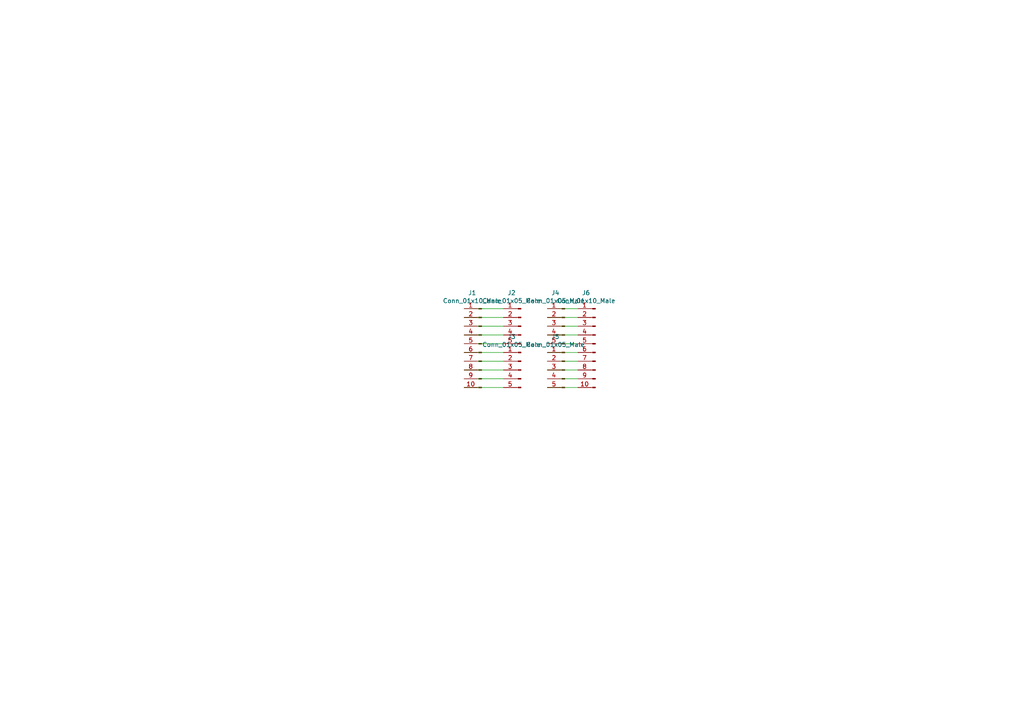
<source format=kicad_sch>
(kicad_sch (version 20211123) (generator eeschema)

  (uuid 4dc6088c-89a5-4db7-b3ae-db4b6396ad49)

  (paper "A4")

  (lib_symbols
    (symbol "Connector:Conn_01x05_Male" (pin_names (offset 1.016) hide) (in_bom yes) (on_board yes)
      (property "Reference" "J" (id 0) (at 0 7.62 0)
        (effects (font (size 1.27 1.27)))
      )
      (property "Value" "Conn_01x05_Male" (id 1) (at 0 -7.62 0)
        (effects (font (size 1.27 1.27)))
      )
      (property "Footprint" "" (id 2) (at 0 0 0)
        (effects (font (size 1.27 1.27)) hide)
      )
      (property "Datasheet" "~" (id 3) (at 0 0 0)
        (effects (font (size 1.27 1.27)) hide)
      )
      (property "ki_keywords" "connector" (id 4) (at 0 0 0)
        (effects (font (size 1.27 1.27)) hide)
      )
      (property "ki_description" "Generic connector, single row, 01x05, script generated (kicad-library-utils/schlib/autogen/connector/)" (id 5) (at 0 0 0)
        (effects (font (size 1.27 1.27)) hide)
      )
      (property "ki_fp_filters" "Connector*:*_1x??_*" (id 6) (at 0 0 0)
        (effects (font (size 1.27 1.27)) hide)
      )
      (symbol "Conn_01x05_Male_1_1"
        (polyline
          (pts
            (xy 1.27 -5.08)
            (xy 0.8636 -5.08)
          )
          (stroke (width 0.1524) (type default) (color 0 0 0 0))
          (fill (type none))
        )
        (polyline
          (pts
            (xy 1.27 -2.54)
            (xy 0.8636 -2.54)
          )
          (stroke (width 0.1524) (type default) (color 0 0 0 0))
          (fill (type none))
        )
        (polyline
          (pts
            (xy 1.27 0)
            (xy 0.8636 0)
          )
          (stroke (width 0.1524) (type default) (color 0 0 0 0))
          (fill (type none))
        )
        (polyline
          (pts
            (xy 1.27 2.54)
            (xy 0.8636 2.54)
          )
          (stroke (width 0.1524) (type default) (color 0 0 0 0))
          (fill (type none))
        )
        (polyline
          (pts
            (xy 1.27 5.08)
            (xy 0.8636 5.08)
          )
          (stroke (width 0.1524) (type default) (color 0 0 0 0))
          (fill (type none))
        )
        (rectangle (start 0.8636 -4.953) (end 0 -5.207)
          (stroke (width 0.1524) (type default) (color 0 0 0 0))
          (fill (type outline))
        )
        (rectangle (start 0.8636 -2.413) (end 0 -2.667)
          (stroke (width 0.1524) (type default) (color 0 0 0 0))
          (fill (type outline))
        )
        (rectangle (start 0.8636 0.127) (end 0 -0.127)
          (stroke (width 0.1524) (type default) (color 0 0 0 0))
          (fill (type outline))
        )
        (rectangle (start 0.8636 2.667) (end 0 2.413)
          (stroke (width 0.1524) (type default) (color 0 0 0 0))
          (fill (type outline))
        )
        (rectangle (start 0.8636 5.207) (end 0 4.953)
          (stroke (width 0.1524) (type default) (color 0 0 0 0))
          (fill (type outline))
        )
        (pin passive line (at 5.08 5.08 180) (length 3.81)
          (name "Pin_1" (effects (font (size 1.27 1.27))))
          (number "1" (effects (font (size 1.27 1.27))))
        )
        (pin passive line (at 5.08 2.54 180) (length 3.81)
          (name "Pin_2" (effects (font (size 1.27 1.27))))
          (number "2" (effects (font (size 1.27 1.27))))
        )
        (pin passive line (at 5.08 0 180) (length 3.81)
          (name "Pin_3" (effects (font (size 1.27 1.27))))
          (number "3" (effects (font (size 1.27 1.27))))
        )
        (pin passive line (at 5.08 -2.54 180) (length 3.81)
          (name "Pin_4" (effects (font (size 1.27 1.27))))
          (number "4" (effects (font (size 1.27 1.27))))
        )
        (pin passive line (at 5.08 -5.08 180) (length 3.81)
          (name "Pin_5" (effects (font (size 1.27 1.27))))
          (number "5" (effects (font (size 1.27 1.27))))
        )
      )
    )
    (symbol "Connector:Conn_01x10_Male" (pin_names (offset 1.016) hide) (in_bom yes) (on_board yes)
      (property "Reference" "J" (id 0) (at 0 12.7 0)
        (effects (font (size 1.27 1.27)))
      )
      (property "Value" "Conn_01x10_Male" (id 1) (at 0 -15.24 0)
        (effects (font (size 1.27 1.27)))
      )
      (property "Footprint" "" (id 2) (at 0 0 0)
        (effects (font (size 1.27 1.27)) hide)
      )
      (property "Datasheet" "~" (id 3) (at 0 0 0)
        (effects (font (size 1.27 1.27)) hide)
      )
      (property "ki_keywords" "connector" (id 4) (at 0 0 0)
        (effects (font (size 1.27 1.27)) hide)
      )
      (property "ki_description" "Generic connector, single row, 01x10, script generated (kicad-library-utils/schlib/autogen/connector/)" (id 5) (at 0 0 0)
        (effects (font (size 1.27 1.27)) hide)
      )
      (property "ki_fp_filters" "Connector*:*_1x??_*" (id 6) (at 0 0 0)
        (effects (font (size 1.27 1.27)) hide)
      )
      (symbol "Conn_01x10_Male_1_1"
        (polyline
          (pts
            (xy 1.27 -12.7)
            (xy 0.8636 -12.7)
          )
          (stroke (width 0.1524) (type default) (color 0 0 0 0))
          (fill (type none))
        )
        (polyline
          (pts
            (xy 1.27 -10.16)
            (xy 0.8636 -10.16)
          )
          (stroke (width 0.1524) (type default) (color 0 0 0 0))
          (fill (type none))
        )
        (polyline
          (pts
            (xy 1.27 -7.62)
            (xy 0.8636 -7.62)
          )
          (stroke (width 0.1524) (type default) (color 0 0 0 0))
          (fill (type none))
        )
        (polyline
          (pts
            (xy 1.27 -5.08)
            (xy 0.8636 -5.08)
          )
          (stroke (width 0.1524) (type default) (color 0 0 0 0))
          (fill (type none))
        )
        (polyline
          (pts
            (xy 1.27 -2.54)
            (xy 0.8636 -2.54)
          )
          (stroke (width 0.1524) (type default) (color 0 0 0 0))
          (fill (type none))
        )
        (polyline
          (pts
            (xy 1.27 0)
            (xy 0.8636 0)
          )
          (stroke (width 0.1524) (type default) (color 0 0 0 0))
          (fill (type none))
        )
        (polyline
          (pts
            (xy 1.27 2.54)
            (xy 0.8636 2.54)
          )
          (stroke (width 0.1524) (type default) (color 0 0 0 0))
          (fill (type none))
        )
        (polyline
          (pts
            (xy 1.27 5.08)
            (xy 0.8636 5.08)
          )
          (stroke (width 0.1524) (type default) (color 0 0 0 0))
          (fill (type none))
        )
        (polyline
          (pts
            (xy 1.27 7.62)
            (xy 0.8636 7.62)
          )
          (stroke (width 0.1524) (type default) (color 0 0 0 0))
          (fill (type none))
        )
        (polyline
          (pts
            (xy 1.27 10.16)
            (xy 0.8636 10.16)
          )
          (stroke (width 0.1524) (type default) (color 0 0 0 0))
          (fill (type none))
        )
        (rectangle (start 0.8636 -12.573) (end 0 -12.827)
          (stroke (width 0.1524) (type default) (color 0 0 0 0))
          (fill (type outline))
        )
        (rectangle (start 0.8636 -10.033) (end 0 -10.287)
          (stroke (width 0.1524) (type default) (color 0 0 0 0))
          (fill (type outline))
        )
        (rectangle (start 0.8636 -7.493) (end 0 -7.747)
          (stroke (width 0.1524) (type default) (color 0 0 0 0))
          (fill (type outline))
        )
        (rectangle (start 0.8636 -4.953) (end 0 -5.207)
          (stroke (width 0.1524) (type default) (color 0 0 0 0))
          (fill (type outline))
        )
        (rectangle (start 0.8636 -2.413) (end 0 -2.667)
          (stroke (width 0.1524) (type default) (color 0 0 0 0))
          (fill (type outline))
        )
        (rectangle (start 0.8636 0.127) (end 0 -0.127)
          (stroke (width 0.1524) (type default) (color 0 0 0 0))
          (fill (type outline))
        )
        (rectangle (start 0.8636 2.667) (end 0 2.413)
          (stroke (width 0.1524) (type default) (color 0 0 0 0))
          (fill (type outline))
        )
        (rectangle (start 0.8636 5.207) (end 0 4.953)
          (stroke (width 0.1524) (type default) (color 0 0 0 0))
          (fill (type outline))
        )
        (rectangle (start 0.8636 7.747) (end 0 7.493)
          (stroke (width 0.1524) (type default) (color 0 0 0 0))
          (fill (type outline))
        )
        (rectangle (start 0.8636 10.287) (end 0 10.033)
          (stroke (width 0.1524) (type default) (color 0 0 0 0))
          (fill (type outline))
        )
        (pin passive line (at 5.08 10.16 180) (length 3.81)
          (name "Pin_1" (effects (font (size 1.27 1.27))))
          (number "1" (effects (font (size 1.27 1.27))))
        )
        (pin passive line (at 5.08 -12.7 180) (length 3.81)
          (name "Pin_10" (effects (font (size 1.27 1.27))))
          (number "10" (effects (font (size 1.27 1.27))))
        )
        (pin passive line (at 5.08 7.62 180) (length 3.81)
          (name "Pin_2" (effects (font (size 1.27 1.27))))
          (number "2" (effects (font (size 1.27 1.27))))
        )
        (pin passive line (at 5.08 5.08 180) (length 3.81)
          (name "Pin_3" (effects (font (size 1.27 1.27))))
          (number "3" (effects (font (size 1.27 1.27))))
        )
        (pin passive line (at 5.08 2.54 180) (length 3.81)
          (name "Pin_4" (effects (font (size 1.27 1.27))))
          (number "4" (effects (font (size 1.27 1.27))))
        )
        (pin passive line (at 5.08 0 180) (length 3.81)
          (name "Pin_5" (effects (font (size 1.27 1.27))))
          (number "5" (effects (font (size 1.27 1.27))))
        )
        (pin passive line (at 5.08 -2.54 180) (length 3.81)
          (name "Pin_6" (effects (font (size 1.27 1.27))))
          (number "6" (effects (font (size 1.27 1.27))))
        )
        (pin passive line (at 5.08 -5.08 180) (length 3.81)
          (name "Pin_7" (effects (font (size 1.27 1.27))))
          (number "7" (effects (font (size 1.27 1.27))))
        )
        (pin passive line (at 5.08 -7.62 180) (length 3.81)
          (name "Pin_8" (effects (font (size 1.27 1.27))))
          (number "8" (effects (font (size 1.27 1.27))))
        )
        (pin passive line (at 5.08 -10.16 180) (length 3.81)
          (name "Pin_9" (effects (font (size 1.27 1.27))))
          (number "9" (effects (font (size 1.27 1.27))))
        )
      )
    )
  )


  (wire (pts (xy 167.64 92.075) (xy 158.75 92.075))
    (stroke (width 0) (type default) (color 0 0 0 0))
    (uuid 0088d107-13d8-496c-8da6-7bbeb9d096b0)
  )
  (wire (pts (xy 146.05 112.395) (xy 134.62 112.395))
    (stroke (width 0) (type default) (color 0 0 0 0))
    (uuid 0867287d-2e6a-4d69-a366-c29f88198f2b)
  )
  (wire (pts (xy 167.64 102.235) (xy 158.75 102.235))
    (stroke (width 0) (type default) (color 0 0 0 0))
    (uuid 128e34ce-eee7-477d-b905-a493e98db783)
  )
  (wire (pts (xy 167.64 107.315) (xy 158.75 107.315))
    (stroke (width 0) (type default) (color 0 0 0 0))
    (uuid 3172f2e2-18d2-4a80-ae30-5707b3409798)
  )
  (wire (pts (xy 146.05 92.075) (xy 134.62 92.075))
    (stroke (width 0) (type default) (color 0 0 0 0))
    (uuid 34871042-9d5c-4e29-abdd-a168368c3c22)
  )
  (wire (pts (xy 167.64 89.535) (xy 158.75 89.535))
    (stroke (width 0) (type default) (color 0 0 0 0))
    (uuid 417f13e4-c121-485a-a6b5-8b55e70350b8)
  )
  (wire (pts (xy 146.05 89.535) (xy 134.62 89.535))
    (stroke (width 0) (type default) (color 0 0 0 0))
    (uuid 53c85970-3e21-4fae-a84f-721cfc0513b5)
  )
  (wire (pts (xy 146.05 102.235) (xy 134.62 102.235))
    (stroke (width 0) (type default) (color 0 0 0 0))
    (uuid 587a157d-dedf-4558-a037-1a94bbba1848)
  )
  (wire (pts (xy 167.64 99.695) (xy 158.75 99.695))
    (stroke (width 0) (type default) (color 0 0 0 0))
    (uuid 67621f9e-0a6a-4778-ad69-04dcf300659c)
  )
  (wire (pts (xy 167.64 97.155) (xy 158.75 97.155))
    (stroke (width 0) (type default) (color 0 0 0 0))
    (uuid 68e09be7-3bbc-4443-a838-209ce20b2bef)
  )
  (wire (pts (xy 167.64 94.615) (xy 158.75 94.615))
    (stroke (width 0) (type default) (color 0 0 0 0))
    (uuid 6a780180-586a-4241-a52d-dc7a5ffcc966)
  )
  (wire (pts (xy 167.64 109.855) (xy 158.75 109.855))
    (stroke (width 0) (type default) (color 0 0 0 0))
    (uuid 712d6a7d-2b62-464f-b745-fd2a6b0187f6)
  )
  (wire (pts (xy 146.05 109.855) (xy 134.62 109.855))
    (stroke (width 0) (type default) (color 0 0 0 0))
    (uuid 75286985-9fa5-4d30-89c5-493b6e63cd66)
  )
  (wire (pts (xy 146.05 107.315) (xy 134.62 107.315))
    (stroke (width 0) (type default) (color 0 0 0 0))
    (uuid 78f88cf6-751c-4e9b-ae75-fb8b6d44ff39)
  )
  (wire (pts (xy 146.05 97.155) (xy 134.62 97.155))
    (stroke (width 0) (type default) (color 0 0 0 0))
    (uuid a9ec539a-d80d-40cc-803c-12b6adefe42a)
  )
  (wire (pts (xy 146.05 104.775) (xy 134.62 104.775))
    (stroke (width 0) (type default) (color 0 0 0 0))
    (uuid c19dbe3c-ced0-48f7-a91d-777569cfb936)
  )
  (wire (pts (xy 167.64 112.395) (xy 158.75 112.395))
    (stroke (width 0) (type default) (color 0 0 0 0))
    (uuid c201e1b2-fc01-4110-bdaa-a33290468c83)
  )
  (wire (pts (xy 146.05 99.695) (xy 134.62 99.695))
    (stroke (width 0) (type default) (color 0 0 0 0))
    (uuid c264c438-a475-4ad4-9915-0f1e6ecf3053)
  )
  (wire (pts (xy 167.64 104.775) (xy 158.75 104.775))
    (stroke (width 0) (type default) (color 0 0 0 0))
    (uuid c801d42e-dd94-493e-bd2f-6c3ddad43f55)
  )
  (wire (pts (xy 146.05 94.615) (xy 134.62 94.615))
    (stroke (width 0) (type default) (color 0 0 0 0))
    (uuid ef1b4b98-541b-4673-a04f-2043250fc40a)
  )

  (symbol (lib_id "Connector:Conn_01x10_Male") (at 139.7 99.695 0) (mirror y) (unit 1)
    (in_bom yes) (on_board yes)
    (uuid 00000000-0000-0000-0000-0000602487d2)
    (property "Reference" "J1" (id 0) (at 136.9568 84.9376 0))
    (property "Value" "Conn_01x10_Male" (id 1) (at 136.9568 87.249 0))
    (property "Footprint" "on_edge:on_edge_2x05_device" (id 2) (at 139.7 99.695 0)
      (effects (font (size 1.27 1.27)) hide)
    )
    (property "Datasheet" "~" (id 3) (at 139.7 99.695 0)
      (effects (font (size 1.27 1.27)) hide)
    )
    (pin "1" (uuid f1ae3f0a-fc0a-42ee-b3a3-9dfbda4b1d38))
    (pin "10" (uuid 6e430e37-7ac4-4f03-b8d6-2c663a2a9b2a))
    (pin "2" (uuid aa1fc60f-a852-4e31-96d6-6472f03e0810))
    (pin "3" (uuid db0877bd-3efd-4292-a5a0-1825f09cec66))
    (pin "4" (uuid 075c0083-1036-4201-a6a6-6dcfc55b5bc9))
    (pin "5" (uuid 6de3a742-3c5c-4850-8b8d-132de0c0012f))
    (pin "6" (uuid 0a78094d-f0d3-42be-a82a-b8197c294834))
    (pin "7" (uuid d359ef58-9884-4908-9b53-a68aaf82f96f))
    (pin "8" (uuid 697bc216-4cd7-4988-9a31-b2a383b793c4))
    (pin "9" (uuid 5d51a283-21ad-4cc9-9423-ad024620aa95))
  )

  (symbol (lib_id "Connector:Conn_01x05_Male") (at 163.83 94.615 0) (mirror y) (unit 1)
    (in_bom yes) (on_board yes)
    (uuid 00000000-0000-0000-0000-000060252352)
    (property "Reference" "J4" (id 0) (at 161.0868 84.9376 0))
    (property "Value" "Conn_01x05_Male" (id 1) (at 161.0868 87.249 0))
    (property "Footprint" "Connector_PinSocket_2.54mm:PinSocket_1x05_P2.54mm_Vertical" (id 2) (at 163.83 94.615 0)
      (effects (font (size 1.27 1.27)) hide)
    )
    (property "Datasheet" "~" (id 3) (at 163.83 94.615 0)
      (effects (font (size 1.27 1.27)) hide)
    )
    (pin "1" (uuid 93851be2-88ef-4d29-a8d5-db761e57f392))
    (pin "2" (uuid 94439e95-414f-43d0-88ef-3c78beacc845))
    (pin "3" (uuid daee1fbd-030c-4152-a4c1-3548ae1d5fad))
    (pin "4" (uuid 9f565822-f307-4eb0-afe4-4ee11e8bf37e))
    (pin "5" (uuid 6253c43c-abc1-42fd-bcb5-acd3a97e7da2))
  )

  (symbol (lib_id "Connector:Conn_01x05_Male") (at 151.13 94.615 0) (mirror y) (unit 1)
    (in_bom yes) (on_board yes)
    (uuid 00000000-0000-0000-0000-000060252e83)
    (property "Reference" "J2" (id 0) (at 148.3868 84.9376 0))
    (property "Value" "Conn_01x05_Male" (id 1) (at 148.3868 87.249 0))
    (property "Footprint" "Connector_PinSocket_2.54mm:PinSocket_1x05_P2.54mm_Vertical" (id 2) (at 151.13 94.615 0)
      (effects (font (size 1.27 1.27)) hide)
    )
    (property "Datasheet" "~" (id 3) (at 151.13 94.615 0)
      (effects (font (size 1.27 1.27)) hide)
    )
    (pin "1" (uuid edefe1f9-9bbb-43de-b94b-698bbf9a9b93))
    (pin "2" (uuid 3ef38d53-6da0-45be-95eb-aea4a8303d9e))
    (pin "3" (uuid cdb56cb3-69e3-4086-974e-486244b492e0))
    (pin "4" (uuid a70777e6-274e-43dc-8ab2-341677ee02e6))
    (pin "5" (uuid c658b109-8708-4539-861e-76420f175676))
  )

  (symbol (lib_id "Connector:Conn_01x05_Male") (at 151.13 107.315 0) (mirror y) (unit 1)
    (in_bom yes) (on_board yes)
    (uuid 00000000-0000-0000-0000-000060253690)
    (property "Reference" "J3" (id 0) (at 148.3868 97.6376 0))
    (property "Value" "Conn_01x05_Male" (id 1) (at 148.3868 99.949 0))
    (property "Footprint" "Connector_PinSocket_2.54mm:PinSocket_1x05_P2.54mm_Vertical" (id 2) (at 151.13 107.315 0)
      (effects (font (size 1.27 1.27)) hide)
    )
    (property "Datasheet" "~" (id 3) (at 151.13 107.315 0)
      (effects (font (size 1.27 1.27)) hide)
    )
    (pin "1" (uuid 36462199-603e-46cc-9601-98aec7868f67))
    (pin "2" (uuid 3319fb99-ed88-4fda-b220-8b4d9e119edf))
    (pin "3" (uuid 5384c552-b11d-44f9-bab3-5b28b11fd6e9))
    (pin "4" (uuid 9c97db98-dfe2-455c-80b1-cf93c801bc35))
    (pin "5" (uuid 1b4c13d1-006a-417b-92e7-8e372f30505c))
  )

  (symbol (lib_id "Connector:Conn_01x05_Male") (at 163.83 107.315 0) (mirror y) (unit 1)
    (in_bom yes) (on_board yes)
    (uuid 00000000-0000-0000-0000-000060253dd5)
    (property "Reference" "J5" (id 0) (at 161.0868 97.6376 0))
    (property "Value" "Conn_01x05_Male" (id 1) (at 161.0868 99.949 0))
    (property "Footprint" "Connector_PinSocket_2.54mm:PinSocket_1x05_P2.54mm_Vertical" (id 2) (at 163.83 107.315 0)
      (effects (font (size 1.27 1.27)) hide)
    )
    (property "Datasheet" "~" (id 3) (at 163.83 107.315 0)
      (effects (font (size 1.27 1.27)) hide)
    )
    (pin "1" (uuid 08522c58-856b-464a-8ef7-cc0bd27fe545))
    (pin "2" (uuid 9e246351-c648-4f98-a62f-1e3cbe5b6a1f))
    (pin "3" (uuid 57083662-699d-41e6-b9d5-df4678772a41))
    (pin "4" (uuid ce46017a-caf5-48b0-bcf6-e8f12d11d20b))
    (pin "5" (uuid f1ff2756-c80a-4164-a97b-736776b23da2))
  )

  (symbol (lib_id "Connector:Conn_01x10_Male") (at 172.72 99.695 0) (mirror y) (unit 1)
    (in_bom yes) (on_board yes)
    (uuid 00000000-0000-0000-0000-0000602592e9)
    (property "Reference" "J6" (id 0) (at 169.9768 84.9376 0))
    (property "Value" "Conn_01x10_Male" (id 1) (at 169.9768 87.249 0))
    (property "Footprint" "on_edge:on_edge_2x05_host" (id 2) (at 172.72 99.695 0)
      (effects (font (size 1.27 1.27)) hide)
    )
    (property "Datasheet" "~" (id 3) (at 172.72 99.695 0)
      (effects (font (size 1.27 1.27)) hide)
    )
    (pin "1" (uuid 2ca2f5cf-0d6b-4b04-89d2-7eded461ad1c))
    (pin "10" (uuid 15bb2b49-6af8-47a1-8392-4418fd59c0d9))
    (pin "2" (uuid c898c771-4900-4588-aaea-04b913e73603))
    (pin "3" (uuid 98635963-88bd-4a2b-8543-83cafc54c665))
    (pin "4" (uuid d27c2ba4-6bc7-4f4f-8ea6-e006b631fbb1))
    (pin "5" (uuid 8c1b9315-c589-4850-8d30-c991dd56d80b))
    (pin "6" (uuid 4f832bed-4b0a-415c-837b-0b2593c15881))
    (pin "7" (uuid 271e2a9e-9fd3-4206-8475-685d594f8011))
    (pin "8" (uuid 096b1bd1-8dba-452e-a7eb-8591c488fdfe))
    (pin "9" (uuid 803281fc-e640-4023-a307-31a70548e948))
  )

  (sheet_instances
    (path "/" (page "1"))
  )

  (symbol_instances
    (path "/00000000-0000-0000-0000-0000602487d2"
      (reference "J1") (unit 1) (value "Conn_01x10_Male") (footprint "on_edge:on_edge_2x05_device")
    )
    (path "/00000000-0000-0000-0000-000060252e83"
      (reference "J2") (unit 1) (value "Conn_01x05_Male") (footprint "Connector_PinSocket_2.54mm:PinSocket_1x05_P2.54mm_Vertical")
    )
    (path "/00000000-0000-0000-0000-000060253690"
      (reference "J3") (unit 1) (value "Conn_01x05_Male") (footprint "Connector_PinSocket_2.54mm:PinSocket_1x05_P2.54mm_Vertical")
    )
    (path "/00000000-0000-0000-0000-000060252352"
      (reference "J4") (unit 1) (value "Conn_01x05_Male") (footprint "Connector_PinSocket_2.54mm:PinSocket_1x05_P2.54mm_Vertical")
    )
    (path "/00000000-0000-0000-0000-000060253dd5"
      (reference "J5") (unit 1) (value "Conn_01x05_Male") (footprint "Connector_PinSocket_2.54mm:PinSocket_1x05_P2.54mm_Vertical")
    )
    (path "/00000000-0000-0000-0000-0000602592e9"
      (reference "J6") (unit 1) (value "Conn_01x10_Male") (footprint "on_edge:on_edge_2x05_host")
    )
  )
)

</source>
